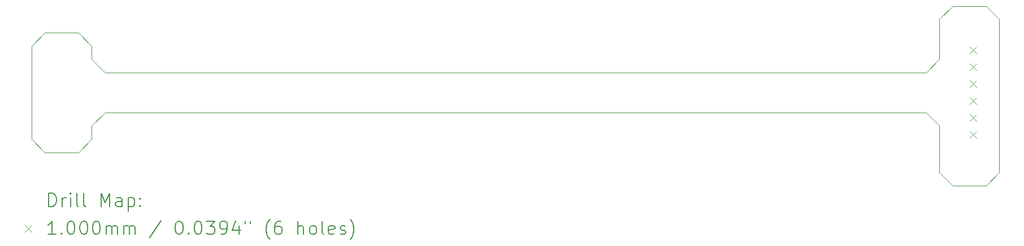
<source format=gbr>
%TF.GenerationSoftware,KiCad,Pcbnew,8.0.8*%
%TF.CreationDate,2025-05-20T22:03:44-04:00*%
%TF.ProjectId,Breakout-Flex-PCB-Testing-Stand,42726561-6b6f-4757-942d-466c65782d50,rev?*%
%TF.SameCoordinates,Original*%
%TF.FileFunction,Drillmap*%
%TF.FilePolarity,Positive*%
%FSLAX45Y45*%
G04 Gerber Fmt 4.5, Leading zero omitted, Abs format (unit mm)*
G04 Created by KiCad (PCBNEW 8.0.8) date 2025-05-20 22:03:44*
%MOMM*%
%LPD*%
G01*
G04 APERTURE LIST*
%ADD10C,0.050000*%
%ADD11C,0.200000*%
%ADD12C,0.100000*%
G04 APERTURE END LIST*
D10*
X27500000Y-6700000D02*
X27700000Y-6900000D01*
X26800000Y-9200000D02*
X26800000Y-8500000D01*
X13200000Y-8700000D02*
X13200000Y-7300000D01*
X14300000Y-8300000D02*
X26600000Y-8300000D01*
X27000000Y-6700000D02*
X26800000Y-6900000D01*
X27500000Y-6700000D02*
X27000000Y-6700000D01*
X13400000Y-7100000D02*
X13200000Y-7300000D01*
X27500000Y-9400000D02*
X27700000Y-9200000D01*
X14100000Y-8700000D02*
X14100000Y-8500000D01*
X13400000Y-8900000D02*
X13200000Y-8700000D01*
X27500000Y-9400000D02*
X27000000Y-9400000D01*
X13900000Y-8900000D02*
X14100000Y-8700000D01*
X13900000Y-8900000D02*
X13400000Y-8900000D01*
X14300000Y-7700000D02*
X14100000Y-7500000D01*
X14100000Y-7500000D02*
X14100000Y-7300000D01*
X14300000Y-7700000D02*
X26600000Y-7700000D01*
X14100000Y-8500000D02*
X14300000Y-8300000D01*
X13900000Y-7100000D02*
X13400000Y-7100000D01*
X27700000Y-9200000D02*
X27700000Y-6900000D01*
X26800000Y-7500000D02*
X26800000Y-6900000D01*
X27000000Y-9400000D02*
X26800000Y-9200000D01*
X26600000Y-7700000D02*
X26800000Y-7500000D01*
X26600000Y-8300000D02*
X26800000Y-8500000D01*
X14100000Y-7300000D02*
X13900000Y-7100000D01*
D11*
D12*
X27260000Y-7310000D02*
X27360000Y-7410000D01*
X27360000Y-7310000D02*
X27260000Y-7410000D01*
X27260000Y-7564000D02*
X27360000Y-7664000D01*
X27360000Y-7564000D02*
X27260000Y-7664000D01*
X27260000Y-7818000D02*
X27360000Y-7918000D01*
X27360000Y-7818000D02*
X27260000Y-7918000D01*
X27260000Y-8072000D02*
X27360000Y-8172000D01*
X27360000Y-8072000D02*
X27260000Y-8172000D01*
X27260000Y-8326000D02*
X27360000Y-8426000D01*
X27360000Y-8326000D02*
X27260000Y-8426000D01*
X27260000Y-8580000D02*
X27360000Y-8680000D01*
X27360000Y-8580000D02*
X27260000Y-8680000D01*
D11*
X13458277Y-9713984D02*
X13458277Y-9513984D01*
X13458277Y-9513984D02*
X13505896Y-9513984D01*
X13505896Y-9513984D02*
X13534467Y-9523508D01*
X13534467Y-9523508D02*
X13553515Y-9542555D01*
X13553515Y-9542555D02*
X13563039Y-9561603D01*
X13563039Y-9561603D02*
X13572562Y-9599698D01*
X13572562Y-9599698D02*
X13572562Y-9628270D01*
X13572562Y-9628270D02*
X13563039Y-9666365D01*
X13563039Y-9666365D02*
X13553515Y-9685412D01*
X13553515Y-9685412D02*
X13534467Y-9704460D01*
X13534467Y-9704460D02*
X13505896Y-9713984D01*
X13505896Y-9713984D02*
X13458277Y-9713984D01*
X13658277Y-9713984D02*
X13658277Y-9580650D01*
X13658277Y-9618746D02*
X13667801Y-9599698D01*
X13667801Y-9599698D02*
X13677324Y-9590174D01*
X13677324Y-9590174D02*
X13696372Y-9580650D01*
X13696372Y-9580650D02*
X13715420Y-9580650D01*
X13782086Y-9713984D02*
X13782086Y-9580650D01*
X13782086Y-9513984D02*
X13772562Y-9523508D01*
X13772562Y-9523508D02*
X13782086Y-9533031D01*
X13782086Y-9533031D02*
X13791610Y-9523508D01*
X13791610Y-9523508D02*
X13782086Y-9513984D01*
X13782086Y-9513984D02*
X13782086Y-9533031D01*
X13905896Y-9713984D02*
X13886848Y-9704460D01*
X13886848Y-9704460D02*
X13877324Y-9685412D01*
X13877324Y-9685412D02*
X13877324Y-9513984D01*
X14010658Y-9713984D02*
X13991610Y-9704460D01*
X13991610Y-9704460D02*
X13982086Y-9685412D01*
X13982086Y-9685412D02*
X13982086Y-9513984D01*
X14239229Y-9713984D02*
X14239229Y-9513984D01*
X14239229Y-9513984D02*
X14305896Y-9656841D01*
X14305896Y-9656841D02*
X14372562Y-9513984D01*
X14372562Y-9513984D02*
X14372562Y-9713984D01*
X14553515Y-9713984D02*
X14553515Y-9609222D01*
X14553515Y-9609222D02*
X14543991Y-9590174D01*
X14543991Y-9590174D02*
X14524943Y-9580650D01*
X14524943Y-9580650D02*
X14486848Y-9580650D01*
X14486848Y-9580650D02*
X14467801Y-9590174D01*
X14553515Y-9704460D02*
X14534467Y-9713984D01*
X14534467Y-9713984D02*
X14486848Y-9713984D01*
X14486848Y-9713984D02*
X14467801Y-9704460D01*
X14467801Y-9704460D02*
X14458277Y-9685412D01*
X14458277Y-9685412D02*
X14458277Y-9666365D01*
X14458277Y-9666365D02*
X14467801Y-9647317D01*
X14467801Y-9647317D02*
X14486848Y-9637793D01*
X14486848Y-9637793D02*
X14534467Y-9637793D01*
X14534467Y-9637793D02*
X14553515Y-9628270D01*
X14648753Y-9580650D02*
X14648753Y-9780650D01*
X14648753Y-9590174D02*
X14667801Y-9580650D01*
X14667801Y-9580650D02*
X14705896Y-9580650D01*
X14705896Y-9580650D02*
X14724943Y-9590174D01*
X14724943Y-9590174D02*
X14734467Y-9599698D01*
X14734467Y-9599698D02*
X14743991Y-9618746D01*
X14743991Y-9618746D02*
X14743991Y-9675889D01*
X14743991Y-9675889D02*
X14734467Y-9694936D01*
X14734467Y-9694936D02*
X14724943Y-9704460D01*
X14724943Y-9704460D02*
X14705896Y-9713984D01*
X14705896Y-9713984D02*
X14667801Y-9713984D01*
X14667801Y-9713984D02*
X14648753Y-9704460D01*
X14829705Y-9694936D02*
X14839229Y-9704460D01*
X14839229Y-9704460D02*
X14829705Y-9713984D01*
X14829705Y-9713984D02*
X14820182Y-9704460D01*
X14820182Y-9704460D02*
X14829705Y-9694936D01*
X14829705Y-9694936D02*
X14829705Y-9713984D01*
X14829705Y-9590174D02*
X14839229Y-9599698D01*
X14839229Y-9599698D02*
X14829705Y-9609222D01*
X14829705Y-9609222D02*
X14820182Y-9599698D01*
X14820182Y-9599698D02*
X14829705Y-9590174D01*
X14829705Y-9590174D02*
X14829705Y-9609222D01*
D12*
X13097500Y-9992500D02*
X13197500Y-10092500D01*
X13197500Y-9992500D02*
X13097500Y-10092500D01*
D11*
X13563039Y-10133984D02*
X13448753Y-10133984D01*
X13505896Y-10133984D02*
X13505896Y-9933984D01*
X13505896Y-9933984D02*
X13486848Y-9962555D01*
X13486848Y-9962555D02*
X13467801Y-9981603D01*
X13467801Y-9981603D02*
X13448753Y-9991127D01*
X13648753Y-10114936D02*
X13658277Y-10124460D01*
X13658277Y-10124460D02*
X13648753Y-10133984D01*
X13648753Y-10133984D02*
X13639229Y-10124460D01*
X13639229Y-10124460D02*
X13648753Y-10114936D01*
X13648753Y-10114936D02*
X13648753Y-10133984D01*
X13782086Y-9933984D02*
X13801134Y-9933984D01*
X13801134Y-9933984D02*
X13820182Y-9943508D01*
X13820182Y-9943508D02*
X13829705Y-9953031D01*
X13829705Y-9953031D02*
X13839229Y-9972079D01*
X13839229Y-9972079D02*
X13848753Y-10010174D01*
X13848753Y-10010174D02*
X13848753Y-10057793D01*
X13848753Y-10057793D02*
X13839229Y-10095889D01*
X13839229Y-10095889D02*
X13829705Y-10114936D01*
X13829705Y-10114936D02*
X13820182Y-10124460D01*
X13820182Y-10124460D02*
X13801134Y-10133984D01*
X13801134Y-10133984D02*
X13782086Y-10133984D01*
X13782086Y-10133984D02*
X13763039Y-10124460D01*
X13763039Y-10124460D02*
X13753515Y-10114936D01*
X13753515Y-10114936D02*
X13743991Y-10095889D01*
X13743991Y-10095889D02*
X13734467Y-10057793D01*
X13734467Y-10057793D02*
X13734467Y-10010174D01*
X13734467Y-10010174D02*
X13743991Y-9972079D01*
X13743991Y-9972079D02*
X13753515Y-9953031D01*
X13753515Y-9953031D02*
X13763039Y-9943508D01*
X13763039Y-9943508D02*
X13782086Y-9933984D01*
X13972562Y-9933984D02*
X13991610Y-9933984D01*
X13991610Y-9933984D02*
X14010658Y-9943508D01*
X14010658Y-9943508D02*
X14020182Y-9953031D01*
X14020182Y-9953031D02*
X14029705Y-9972079D01*
X14029705Y-9972079D02*
X14039229Y-10010174D01*
X14039229Y-10010174D02*
X14039229Y-10057793D01*
X14039229Y-10057793D02*
X14029705Y-10095889D01*
X14029705Y-10095889D02*
X14020182Y-10114936D01*
X14020182Y-10114936D02*
X14010658Y-10124460D01*
X14010658Y-10124460D02*
X13991610Y-10133984D01*
X13991610Y-10133984D02*
X13972562Y-10133984D01*
X13972562Y-10133984D02*
X13953515Y-10124460D01*
X13953515Y-10124460D02*
X13943991Y-10114936D01*
X13943991Y-10114936D02*
X13934467Y-10095889D01*
X13934467Y-10095889D02*
X13924943Y-10057793D01*
X13924943Y-10057793D02*
X13924943Y-10010174D01*
X13924943Y-10010174D02*
X13934467Y-9972079D01*
X13934467Y-9972079D02*
X13943991Y-9953031D01*
X13943991Y-9953031D02*
X13953515Y-9943508D01*
X13953515Y-9943508D02*
X13972562Y-9933984D01*
X14163039Y-9933984D02*
X14182086Y-9933984D01*
X14182086Y-9933984D02*
X14201134Y-9943508D01*
X14201134Y-9943508D02*
X14210658Y-9953031D01*
X14210658Y-9953031D02*
X14220182Y-9972079D01*
X14220182Y-9972079D02*
X14229705Y-10010174D01*
X14229705Y-10010174D02*
X14229705Y-10057793D01*
X14229705Y-10057793D02*
X14220182Y-10095889D01*
X14220182Y-10095889D02*
X14210658Y-10114936D01*
X14210658Y-10114936D02*
X14201134Y-10124460D01*
X14201134Y-10124460D02*
X14182086Y-10133984D01*
X14182086Y-10133984D02*
X14163039Y-10133984D01*
X14163039Y-10133984D02*
X14143991Y-10124460D01*
X14143991Y-10124460D02*
X14134467Y-10114936D01*
X14134467Y-10114936D02*
X14124943Y-10095889D01*
X14124943Y-10095889D02*
X14115420Y-10057793D01*
X14115420Y-10057793D02*
X14115420Y-10010174D01*
X14115420Y-10010174D02*
X14124943Y-9972079D01*
X14124943Y-9972079D02*
X14134467Y-9953031D01*
X14134467Y-9953031D02*
X14143991Y-9943508D01*
X14143991Y-9943508D02*
X14163039Y-9933984D01*
X14315420Y-10133984D02*
X14315420Y-10000650D01*
X14315420Y-10019698D02*
X14324943Y-10010174D01*
X14324943Y-10010174D02*
X14343991Y-10000650D01*
X14343991Y-10000650D02*
X14372563Y-10000650D01*
X14372563Y-10000650D02*
X14391610Y-10010174D01*
X14391610Y-10010174D02*
X14401134Y-10029222D01*
X14401134Y-10029222D02*
X14401134Y-10133984D01*
X14401134Y-10029222D02*
X14410658Y-10010174D01*
X14410658Y-10010174D02*
X14429705Y-10000650D01*
X14429705Y-10000650D02*
X14458277Y-10000650D01*
X14458277Y-10000650D02*
X14477324Y-10010174D01*
X14477324Y-10010174D02*
X14486848Y-10029222D01*
X14486848Y-10029222D02*
X14486848Y-10133984D01*
X14582086Y-10133984D02*
X14582086Y-10000650D01*
X14582086Y-10019698D02*
X14591610Y-10010174D01*
X14591610Y-10010174D02*
X14610658Y-10000650D01*
X14610658Y-10000650D02*
X14639229Y-10000650D01*
X14639229Y-10000650D02*
X14658277Y-10010174D01*
X14658277Y-10010174D02*
X14667801Y-10029222D01*
X14667801Y-10029222D02*
X14667801Y-10133984D01*
X14667801Y-10029222D02*
X14677324Y-10010174D01*
X14677324Y-10010174D02*
X14696372Y-10000650D01*
X14696372Y-10000650D02*
X14724943Y-10000650D01*
X14724943Y-10000650D02*
X14743991Y-10010174D01*
X14743991Y-10010174D02*
X14753515Y-10029222D01*
X14753515Y-10029222D02*
X14753515Y-10133984D01*
X15143991Y-9924460D02*
X14972563Y-10181603D01*
X15401134Y-9933984D02*
X15420182Y-9933984D01*
X15420182Y-9933984D02*
X15439229Y-9943508D01*
X15439229Y-9943508D02*
X15448753Y-9953031D01*
X15448753Y-9953031D02*
X15458277Y-9972079D01*
X15458277Y-9972079D02*
X15467801Y-10010174D01*
X15467801Y-10010174D02*
X15467801Y-10057793D01*
X15467801Y-10057793D02*
X15458277Y-10095889D01*
X15458277Y-10095889D02*
X15448753Y-10114936D01*
X15448753Y-10114936D02*
X15439229Y-10124460D01*
X15439229Y-10124460D02*
X15420182Y-10133984D01*
X15420182Y-10133984D02*
X15401134Y-10133984D01*
X15401134Y-10133984D02*
X15382086Y-10124460D01*
X15382086Y-10124460D02*
X15372563Y-10114936D01*
X15372563Y-10114936D02*
X15363039Y-10095889D01*
X15363039Y-10095889D02*
X15353515Y-10057793D01*
X15353515Y-10057793D02*
X15353515Y-10010174D01*
X15353515Y-10010174D02*
X15363039Y-9972079D01*
X15363039Y-9972079D02*
X15372563Y-9953031D01*
X15372563Y-9953031D02*
X15382086Y-9943508D01*
X15382086Y-9943508D02*
X15401134Y-9933984D01*
X15553515Y-10114936D02*
X15563039Y-10124460D01*
X15563039Y-10124460D02*
X15553515Y-10133984D01*
X15553515Y-10133984D02*
X15543991Y-10124460D01*
X15543991Y-10124460D02*
X15553515Y-10114936D01*
X15553515Y-10114936D02*
X15553515Y-10133984D01*
X15686848Y-9933984D02*
X15705896Y-9933984D01*
X15705896Y-9933984D02*
X15724944Y-9943508D01*
X15724944Y-9943508D02*
X15734467Y-9953031D01*
X15734467Y-9953031D02*
X15743991Y-9972079D01*
X15743991Y-9972079D02*
X15753515Y-10010174D01*
X15753515Y-10010174D02*
X15753515Y-10057793D01*
X15753515Y-10057793D02*
X15743991Y-10095889D01*
X15743991Y-10095889D02*
X15734467Y-10114936D01*
X15734467Y-10114936D02*
X15724944Y-10124460D01*
X15724944Y-10124460D02*
X15705896Y-10133984D01*
X15705896Y-10133984D02*
X15686848Y-10133984D01*
X15686848Y-10133984D02*
X15667801Y-10124460D01*
X15667801Y-10124460D02*
X15658277Y-10114936D01*
X15658277Y-10114936D02*
X15648753Y-10095889D01*
X15648753Y-10095889D02*
X15639229Y-10057793D01*
X15639229Y-10057793D02*
X15639229Y-10010174D01*
X15639229Y-10010174D02*
X15648753Y-9972079D01*
X15648753Y-9972079D02*
X15658277Y-9953031D01*
X15658277Y-9953031D02*
X15667801Y-9943508D01*
X15667801Y-9943508D02*
X15686848Y-9933984D01*
X15820182Y-9933984D02*
X15943991Y-9933984D01*
X15943991Y-9933984D02*
X15877325Y-10010174D01*
X15877325Y-10010174D02*
X15905896Y-10010174D01*
X15905896Y-10010174D02*
X15924944Y-10019698D01*
X15924944Y-10019698D02*
X15934467Y-10029222D01*
X15934467Y-10029222D02*
X15943991Y-10048270D01*
X15943991Y-10048270D02*
X15943991Y-10095889D01*
X15943991Y-10095889D02*
X15934467Y-10114936D01*
X15934467Y-10114936D02*
X15924944Y-10124460D01*
X15924944Y-10124460D02*
X15905896Y-10133984D01*
X15905896Y-10133984D02*
X15848753Y-10133984D01*
X15848753Y-10133984D02*
X15829706Y-10124460D01*
X15829706Y-10124460D02*
X15820182Y-10114936D01*
X16039229Y-10133984D02*
X16077325Y-10133984D01*
X16077325Y-10133984D02*
X16096372Y-10124460D01*
X16096372Y-10124460D02*
X16105896Y-10114936D01*
X16105896Y-10114936D02*
X16124944Y-10086365D01*
X16124944Y-10086365D02*
X16134467Y-10048270D01*
X16134467Y-10048270D02*
X16134467Y-9972079D01*
X16134467Y-9972079D02*
X16124944Y-9953031D01*
X16124944Y-9953031D02*
X16115420Y-9943508D01*
X16115420Y-9943508D02*
X16096372Y-9933984D01*
X16096372Y-9933984D02*
X16058277Y-9933984D01*
X16058277Y-9933984D02*
X16039229Y-9943508D01*
X16039229Y-9943508D02*
X16029706Y-9953031D01*
X16029706Y-9953031D02*
X16020182Y-9972079D01*
X16020182Y-9972079D02*
X16020182Y-10019698D01*
X16020182Y-10019698D02*
X16029706Y-10038746D01*
X16029706Y-10038746D02*
X16039229Y-10048270D01*
X16039229Y-10048270D02*
X16058277Y-10057793D01*
X16058277Y-10057793D02*
X16096372Y-10057793D01*
X16096372Y-10057793D02*
X16115420Y-10048270D01*
X16115420Y-10048270D02*
X16124944Y-10038746D01*
X16124944Y-10038746D02*
X16134467Y-10019698D01*
X16305896Y-10000650D02*
X16305896Y-10133984D01*
X16258277Y-9924460D02*
X16210658Y-10067317D01*
X16210658Y-10067317D02*
X16334467Y-10067317D01*
X16401134Y-9933984D02*
X16401134Y-9972079D01*
X16477325Y-9933984D02*
X16477325Y-9972079D01*
X16772563Y-10210174D02*
X16763039Y-10200650D01*
X16763039Y-10200650D02*
X16743991Y-10172079D01*
X16743991Y-10172079D02*
X16734468Y-10153031D01*
X16734468Y-10153031D02*
X16724944Y-10124460D01*
X16724944Y-10124460D02*
X16715420Y-10076841D01*
X16715420Y-10076841D02*
X16715420Y-10038746D01*
X16715420Y-10038746D02*
X16724944Y-9991127D01*
X16724944Y-9991127D02*
X16734468Y-9962555D01*
X16734468Y-9962555D02*
X16743991Y-9943508D01*
X16743991Y-9943508D02*
X16763039Y-9914936D01*
X16763039Y-9914936D02*
X16772563Y-9905412D01*
X16934468Y-9933984D02*
X16896372Y-9933984D01*
X16896372Y-9933984D02*
X16877325Y-9943508D01*
X16877325Y-9943508D02*
X16867801Y-9953031D01*
X16867801Y-9953031D02*
X16848753Y-9981603D01*
X16848753Y-9981603D02*
X16839230Y-10019698D01*
X16839230Y-10019698D02*
X16839230Y-10095889D01*
X16839230Y-10095889D02*
X16848753Y-10114936D01*
X16848753Y-10114936D02*
X16858277Y-10124460D01*
X16858277Y-10124460D02*
X16877325Y-10133984D01*
X16877325Y-10133984D02*
X16915420Y-10133984D01*
X16915420Y-10133984D02*
X16934468Y-10124460D01*
X16934468Y-10124460D02*
X16943991Y-10114936D01*
X16943991Y-10114936D02*
X16953515Y-10095889D01*
X16953515Y-10095889D02*
X16953515Y-10048270D01*
X16953515Y-10048270D02*
X16943991Y-10029222D01*
X16943991Y-10029222D02*
X16934468Y-10019698D01*
X16934468Y-10019698D02*
X16915420Y-10010174D01*
X16915420Y-10010174D02*
X16877325Y-10010174D01*
X16877325Y-10010174D02*
X16858277Y-10019698D01*
X16858277Y-10019698D02*
X16848753Y-10029222D01*
X16848753Y-10029222D02*
X16839230Y-10048270D01*
X17191611Y-10133984D02*
X17191611Y-9933984D01*
X17277325Y-10133984D02*
X17277325Y-10029222D01*
X17277325Y-10029222D02*
X17267801Y-10010174D01*
X17267801Y-10010174D02*
X17248753Y-10000650D01*
X17248753Y-10000650D02*
X17220182Y-10000650D01*
X17220182Y-10000650D02*
X17201134Y-10010174D01*
X17201134Y-10010174D02*
X17191611Y-10019698D01*
X17401134Y-10133984D02*
X17382087Y-10124460D01*
X17382087Y-10124460D02*
X17372563Y-10114936D01*
X17372563Y-10114936D02*
X17363039Y-10095889D01*
X17363039Y-10095889D02*
X17363039Y-10038746D01*
X17363039Y-10038746D02*
X17372563Y-10019698D01*
X17372563Y-10019698D02*
X17382087Y-10010174D01*
X17382087Y-10010174D02*
X17401134Y-10000650D01*
X17401134Y-10000650D02*
X17429706Y-10000650D01*
X17429706Y-10000650D02*
X17448753Y-10010174D01*
X17448753Y-10010174D02*
X17458277Y-10019698D01*
X17458277Y-10019698D02*
X17467801Y-10038746D01*
X17467801Y-10038746D02*
X17467801Y-10095889D01*
X17467801Y-10095889D02*
X17458277Y-10114936D01*
X17458277Y-10114936D02*
X17448753Y-10124460D01*
X17448753Y-10124460D02*
X17429706Y-10133984D01*
X17429706Y-10133984D02*
X17401134Y-10133984D01*
X17582087Y-10133984D02*
X17563039Y-10124460D01*
X17563039Y-10124460D02*
X17553515Y-10105412D01*
X17553515Y-10105412D02*
X17553515Y-9933984D01*
X17734468Y-10124460D02*
X17715420Y-10133984D01*
X17715420Y-10133984D02*
X17677325Y-10133984D01*
X17677325Y-10133984D02*
X17658277Y-10124460D01*
X17658277Y-10124460D02*
X17648753Y-10105412D01*
X17648753Y-10105412D02*
X17648753Y-10029222D01*
X17648753Y-10029222D02*
X17658277Y-10010174D01*
X17658277Y-10010174D02*
X17677325Y-10000650D01*
X17677325Y-10000650D02*
X17715420Y-10000650D01*
X17715420Y-10000650D02*
X17734468Y-10010174D01*
X17734468Y-10010174D02*
X17743992Y-10029222D01*
X17743992Y-10029222D02*
X17743992Y-10048270D01*
X17743992Y-10048270D02*
X17648753Y-10067317D01*
X17820182Y-10124460D02*
X17839230Y-10133984D01*
X17839230Y-10133984D02*
X17877325Y-10133984D01*
X17877325Y-10133984D02*
X17896373Y-10124460D01*
X17896373Y-10124460D02*
X17905896Y-10105412D01*
X17905896Y-10105412D02*
X17905896Y-10095889D01*
X17905896Y-10095889D02*
X17896373Y-10076841D01*
X17896373Y-10076841D02*
X17877325Y-10067317D01*
X17877325Y-10067317D02*
X17848753Y-10067317D01*
X17848753Y-10067317D02*
X17829706Y-10057793D01*
X17829706Y-10057793D02*
X17820182Y-10038746D01*
X17820182Y-10038746D02*
X17820182Y-10029222D01*
X17820182Y-10029222D02*
X17829706Y-10010174D01*
X17829706Y-10010174D02*
X17848753Y-10000650D01*
X17848753Y-10000650D02*
X17877325Y-10000650D01*
X17877325Y-10000650D02*
X17896373Y-10010174D01*
X17972563Y-10210174D02*
X17982087Y-10200650D01*
X17982087Y-10200650D02*
X18001134Y-10172079D01*
X18001134Y-10172079D02*
X18010658Y-10153031D01*
X18010658Y-10153031D02*
X18020182Y-10124460D01*
X18020182Y-10124460D02*
X18029706Y-10076841D01*
X18029706Y-10076841D02*
X18029706Y-10038746D01*
X18029706Y-10038746D02*
X18020182Y-9991127D01*
X18020182Y-9991127D02*
X18010658Y-9962555D01*
X18010658Y-9962555D02*
X18001134Y-9943508D01*
X18001134Y-9943508D02*
X17982087Y-9914936D01*
X17982087Y-9914936D02*
X17972563Y-9905412D01*
M02*

</source>
